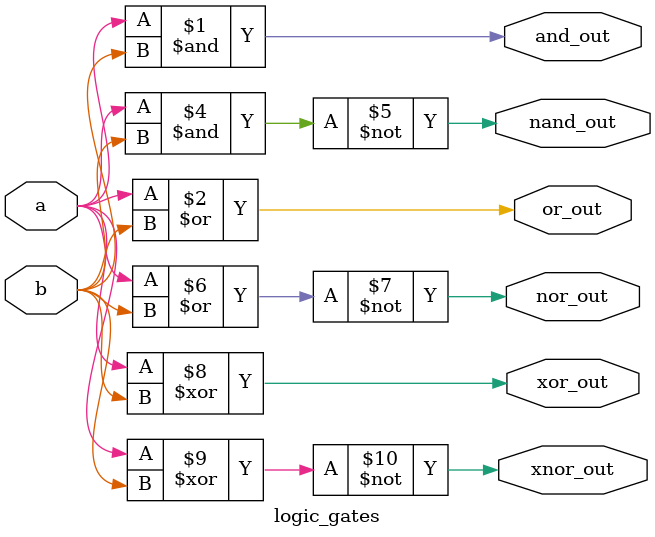
<source format=v>
module logic_gates (
    input  wire a,     
    input  wire b,     
    output wire and_out,
    output wire or_out,
    output wire nand_out,
    output wire nor_out,
    output wire xor_out,
    output wire xnor_out
);

    assign and_out  = a & b;      
    assign or_out   = a | b;  
    assign not_out  = ~a;    
    assign nand_out = ~(a & b);   
    assign nor_out  = ~(a | b);   
    assign xor_out  = a ^ b;      
    assign xnor_out = ~(a ^ b);   

endmodule


</source>
